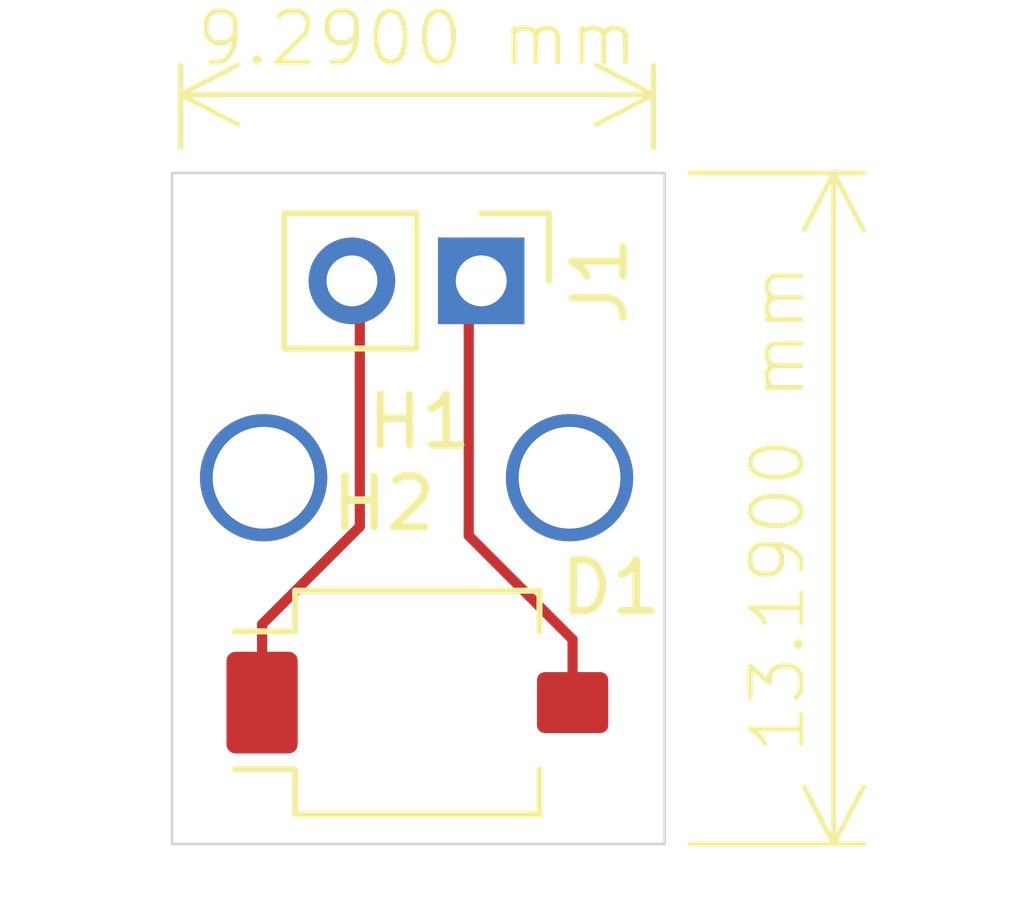
<source format=kicad_pcb>
(kicad_pcb (version 20240108) (generator "pcbnew") (generator_version "8.0")
  (layers (0 "F.Cu" signal) (31 "B.Cu" signal) (34 "B.Paste" user) (35 "F.Paste" user) (36 "B.SilkS" user "B.Silkscreen") (37 "F.SilkS" user "F.Silkscreen") (38 "B.Mask" user) (39 "F.Mask" user) (44 "Edge.Cuts" user))
  (net 0 "")
  (net 1 "Net-(D1-K)")
  (net 2 "Net-(D1-A)")
  (footprint "MountingHole:MT_Hole" (layer "F.Cu") (at 142.19 59.6)
    (property "Reference" "H1" (at -2.95 -1.1 0) (layer "F.SilkS"))
    (property "Value" "MountingHole")
    (pad "1" thru_hole circle (at 0 0) (size 2.5 2.5) (drill 2) (layers "*.Cu" "*.Mask"))
  )
  (footprint "OptoDevice:Osram_BPW34S-SMD" (layer "F.Cu") (at 139.2 64.02)
    (property "Reference" "D1" (at 3.8 -2.26 0) (layer "F.SilkS"))
    (property "Value" "BPW34-SMD")
    (fp_line (start -3.59 1.31) (end -2.4 1.31) (stroke (width 0.12)) (layer "F.SilkS"))
    (fp_line (start -2.41 -1.4) (end -3.59 -1.4) (stroke (width 0.12)) (layer "F.SilkS"))
    (fp_line (start -2.4 -2.2) (end -2.4 -1.4) (stroke (width 0.12)) (layer "F.SilkS"))
    (fp_line (start -2.4 1.31) (end -2.4 2.2) (stroke (width 0.12)) (layer "F.SilkS"))
    (fp_line (start -2.4 2.2) (end 2.4 2.2) (stroke (width 0.12)) (layer "F.SilkS"))
    (fp_line (start 2.4 -2.2) (end -2.4 -2.2) (stroke (width 0.12)) (layer "F.SilkS"))
    (fp_line (start 2.4 -1.4) (end 2.4 -2.2) (stroke (width 0.12)) (layer "F.SilkS"))
    (fp_line (start 2.4 2.2) (end 2.4 1.31) (stroke (width 0.12)) (layer "F.SilkS"))
    (pad "1" smd roundrect (at -3.05 0 180) (size 1.4 2) (layers "F.Cu" "F.Mask") (roundrect_rratio 0.125) (net 1 "Net-(D1-K)"))
    (pad "2" smd roundrect (at 3.05 0 180) (size 1.4 1.2) (layers "F.Cu" "F.Mask") (roundrect_rratio 0.125) (net 2 "Net-(D1-A)"))
  )
  (footprint "MountingHole:MT_Hole" (layer "F.Cu") (at 136.18 59.6)
    (property "Reference" "H2" (at 2.36 0.51 0) (layer "F.SilkS"))
    (property "Value" "MountingHole")
    (pad "1" thru_hole circle (at 0 0) (size 2.5 2.5) (drill 2) (layers "*.Cu" "*.Mask"))
  )
  (footprint "Connector_PinHeader_2.54mm:PinHeader_1x02_P2.54mm_Vertical" (layer "F.Cu") (at 140.455 55.73 -90)
    (property "Reference" "J1" (at 0 -2.33 90) (layer "F.SilkS"))
    (property "Value" "Conn_01x02_Pin")
    (fp_line (start -1.33 3.87) (end 1.33 3.87) (stroke (width 0.12)) (layer "F.SilkS"))
    (fp_line (start -1.33 1.27) (end -1.33 3.87) (stroke (width 0.12)) (layer "F.SilkS"))
    (fp_line (start -1.33 1.27) (end 1.33 1.27) (stroke (width 0.12)) (layer "F.SilkS"))
    (fp_line (start 1.33 1.27) (end 1.33 3.87) (stroke (width 0.12)) (layer "F.SilkS"))
    (fp_line (start -1.33 0) (end -1.33 -1.33) (stroke (width 0.12)) (layer "F.SilkS"))
    (fp_line (start -1.33 -1.33) (end 0 -1.33) (stroke (width 0.12)) (layer "F.SilkS"))
    (pad "1" thru_hole rect (at 0 0 270) (size 1.7 1.7) (drill 1) (layers "*.Cu" "*.Mask") (net 2 "Net-(D1-A)"))
    (pad "2" thru_hole oval (at 0 2.54 270) (size 1.7 1.7) (drill 1) (layers "*.Cu" "*.Mask") (net 1 "Net-(D1-K)"))
  )
  (gr_rect (start 134.38 53.61) (end 144.06 66.8) (stroke (width 0.05)) (fill none) (layer "Edge.Cuts"))
  (dimension (type aligned) (layer "F.SilkS") (pts (xy 134.55 53.61) (xy 143.84 53.61)) (height -1.54) (gr_text "9.2900 mm" (at 139.195 50.97 0) (layer "F.SilkS") (effects (font (size 1 1) (thickness 0.1)))) (format (prefix "") (suffix "") (units 3) (units_format 1) (precision 4)) (style (thickness 0.1) (arrow_length 1.27) (text_position_mode 0) (extension_height 0.58642) (extension_offset 0.5) keep_text_aligned))
  (dimension (type aligned) (layer "F.SilkS") (pts (xy 144.06 53.61) (xy 144.06 66.8)) (height -3.32) (gr_text "13.1900 mm" (at 146.28 60.205 90) (layer "F.SilkS") (effects (font (size 1 1) (thickness 0.1)))) (format (prefix "") (suffix "") (units 3) (units_format 1) (precision 4)) (style (thickness 0.1) (arrow_length 1.27) (text_position_mode 0) (extension_height 0.58642) (extension_offset 0.5) keep_text_aligned))
  (segment (start 138.07 60.56) (end 138.07 55.885) (width 0.2) (layer "F.Cu") (net 1))
  (segment (start 136.15 64.02) (end 136.15 62.48) (width 0.2) (layer "F.Cu") (net 1))
  (segment (start 136.15 62.48) (end 138.07 60.56) (width 0.2) (layer "F.Cu") (net 1))
  (segment (start 138.07 55.885) (end 137.915 55.73) (width 0.2) (layer "F.Cu") (net 1))
  (segment (start 140.21 55.975) (end 140.455 55.73) (width 0.2) (layer "F.Cu") (net 2))
  (segment (start 140.21 60.74) (end 140.21 55.975) (width 0.2) (layer "F.Cu") (net 2))
  (segment (start 142.25 62.78) (end 140.21 60.74) (width 0.2) (layer "F.Cu") (net 2))
  (segment (start 142.25 64.02) (end 142.25 62.78) (width 0.2) (layer "F.Cu") (net 2))
)
</source>
